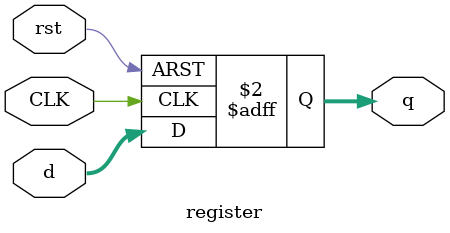
<source format=v>
module register #(parameter N = 32)(
    input CLK,        
    input rst,
    input [N-1:0] d,     
    output reg [N-1:0] q
);

    always @(posedge CLK or posedge rst) begin
        if (rst) begin
            q <= {N{1'b0}};
        end else begin
            q <= d;
        end
    end
endmodule

</source>
